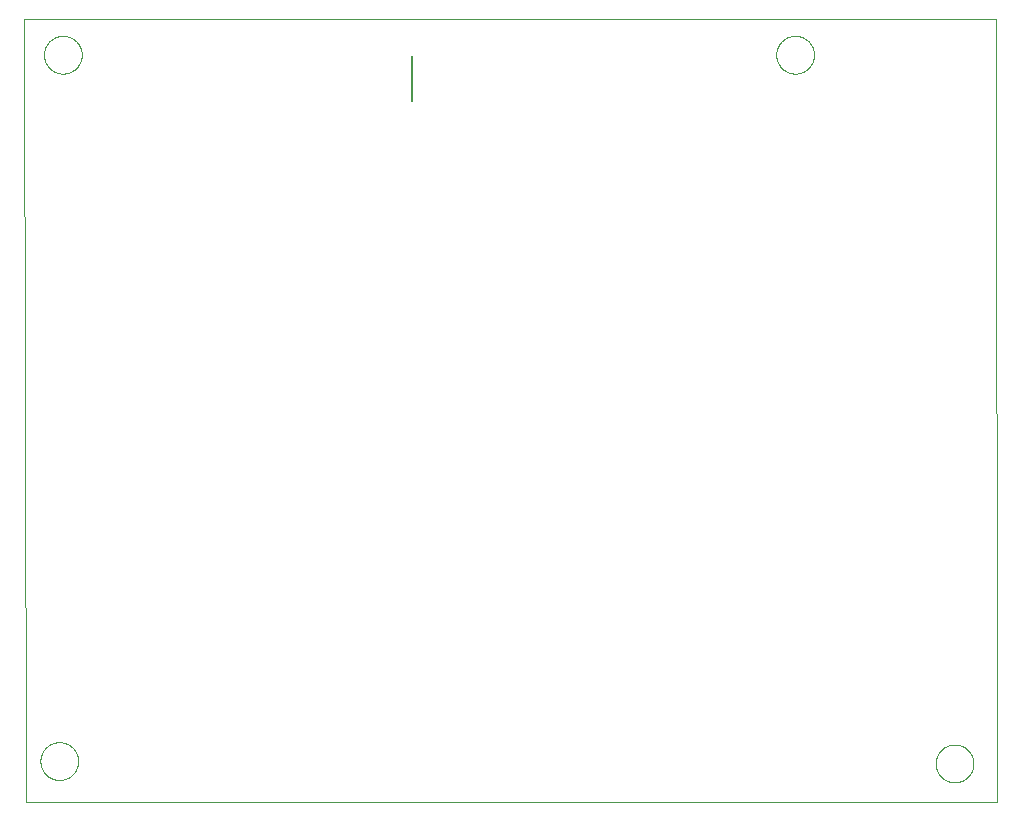
<source format=gbo>
G75*
%MOIN*%
%OFA0B0*%
%FSLAX25Y25*%
%IPPOS*%
%LPD*%
%AMOC8*
5,1,8,0,0,1.08239X$1,22.5*
%
%ADD10C,0.00000*%
%ADD11C,0.00800*%
D10*
X0001394Y0001000D02*
X0001000Y0262024D01*
X0324858Y0262024D01*
X0325252Y0001000D01*
X0001394Y0001000D01*
X0006355Y0014780D02*
X0006357Y0014938D01*
X0006363Y0015096D01*
X0006373Y0015254D01*
X0006387Y0015412D01*
X0006405Y0015569D01*
X0006426Y0015726D01*
X0006452Y0015882D01*
X0006482Y0016038D01*
X0006515Y0016193D01*
X0006553Y0016346D01*
X0006594Y0016499D01*
X0006639Y0016651D01*
X0006688Y0016802D01*
X0006741Y0016951D01*
X0006797Y0017099D01*
X0006857Y0017245D01*
X0006921Y0017390D01*
X0006989Y0017533D01*
X0007060Y0017675D01*
X0007134Y0017815D01*
X0007212Y0017952D01*
X0007294Y0018088D01*
X0007378Y0018222D01*
X0007467Y0018353D01*
X0007558Y0018482D01*
X0007653Y0018609D01*
X0007750Y0018734D01*
X0007851Y0018856D01*
X0007955Y0018975D01*
X0008062Y0019092D01*
X0008172Y0019206D01*
X0008285Y0019317D01*
X0008400Y0019426D01*
X0008518Y0019531D01*
X0008639Y0019633D01*
X0008762Y0019733D01*
X0008888Y0019829D01*
X0009016Y0019922D01*
X0009146Y0020012D01*
X0009279Y0020098D01*
X0009414Y0020182D01*
X0009550Y0020261D01*
X0009689Y0020338D01*
X0009830Y0020410D01*
X0009972Y0020480D01*
X0010116Y0020545D01*
X0010262Y0020607D01*
X0010409Y0020665D01*
X0010558Y0020720D01*
X0010708Y0020771D01*
X0010859Y0020818D01*
X0011011Y0020861D01*
X0011164Y0020900D01*
X0011319Y0020936D01*
X0011474Y0020967D01*
X0011630Y0020995D01*
X0011786Y0021019D01*
X0011943Y0021039D01*
X0012101Y0021055D01*
X0012258Y0021067D01*
X0012417Y0021075D01*
X0012575Y0021079D01*
X0012733Y0021079D01*
X0012891Y0021075D01*
X0013050Y0021067D01*
X0013207Y0021055D01*
X0013365Y0021039D01*
X0013522Y0021019D01*
X0013678Y0020995D01*
X0013834Y0020967D01*
X0013989Y0020936D01*
X0014144Y0020900D01*
X0014297Y0020861D01*
X0014449Y0020818D01*
X0014600Y0020771D01*
X0014750Y0020720D01*
X0014899Y0020665D01*
X0015046Y0020607D01*
X0015192Y0020545D01*
X0015336Y0020480D01*
X0015478Y0020410D01*
X0015619Y0020338D01*
X0015758Y0020261D01*
X0015894Y0020182D01*
X0016029Y0020098D01*
X0016162Y0020012D01*
X0016292Y0019922D01*
X0016420Y0019829D01*
X0016546Y0019733D01*
X0016669Y0019633D01*
X0016790Y0019531D01*
X0016908Y0019426D01*
X0017023Y0019317D01*
X0017136Y0019206D01*
X0017246Y0019092D01*
X0017353Y0018975D01*
X0017457Y0018856D01*
X0017558Y0018734D01*
X0017655Y0018609D01*
X0017750Y0018482D01*
X0017841Y0018353D01*
X0017930Y0018222D01*
X0018014Y0018088D01*
X0018096Y0017952D01*
X0018174Y0017815D01*
X0018248Y0017675D01*
X0018319Y0017533D01*
X0018387Y0017390D01*
X0018451Y0017245D01*
X0018511Y0017099D01*
X0018567Y0016951D01*
X0018620Y0016802D01*
X0018669Y0016651D01*
X0018714Y0016499D01*
X0018755Y0016346D01*
X0018793Y0016193D01*
X0018826Y0016038D01*
X0018856Y0015882D01*
X0018882Y0015726D01*
X0018903Y0015569D01*
X0018921Y0015412D01*
X0018935Y0015254D01*
X0018945Y0015096D01*
X0018951Y0014938D01*
X0018953Y0014780D01*
X0018951Y0014622D01*
X0018945Y0014464D01*
X0018935Y0014306D01*
X0018921Y0014148D01*
X0018903Y0013991D01*
X0018882Y0013834D01*
X0018856Y0013678D01*
X0018826Y0013522D01*
X0018793Y0013367D01*
X0018755Y0013214D01*
X0018714Y0013061D01*
X0018669Y0012909D01*
X0018620Y0012758D01*
X0018567Y0012609D01*
X0018511Y0012461D01*
X0018451Y0012315D01*
X0018387Y0012170D01*
X0018319Y0012027D01*
X0018248Y0011885D01*
X0018174Y0011745D01*
X0018096Y0011608D01*
X0018014Y0011472D01*
X0017930Y0011338D01*
X0017841Y0011207D01*
X0017750Y0011078D01*
X0017655Y0010951D01*
X0017558Y0010826D01*
X0017457Y0010704D01*
X0017353Y0010585D01*
X0017246Y0010468D01*
X0017136Y0010354D01*
X0017023Y0010243D01*
X0016908Y0010134D01*
X0016790Y0010029D01*
X0016669Y0009927D01*
X0016546Y0009827D01*
X0016420Y0009731D01*
X0016292Y0009638D01*
X0016162Y0009548D01*
X0016029Y0009462D01*
X0015894Y0009378D01*
X0015758Y0009299D01*
X0015619Y0009222D01*
X0015478Y0009150D01*
X0015336Y0009080D01*
X0015192Y0009015D01*
X0015046Y0008953D01*
X0014899Y0008895D01*
X0014750Y0008840D01*
X0014600Y0008789D01*
X0014449Y0008742D01*
X0014297Y0008699D01*
X0014144Y0008660D01*
X0013989Y0008624D01*
X0013834Y0008593D01*
X0013678Y0008565D01*
X0013522Y0008541D01*
X0013365Y0008521D01*
X0013207Y0008505D01*
X0013050Y0008493D01*
X0012891Y0008485D01*
X0012733Y0008481D01*
X0012575Y0008481D01*
X0012417Y0008485D01*
X0012258Y0008493D01*
X0012101Y0008505D01*
X0011943Y0008521D01*
X0011786Y0008541D01*
X0011630Y0008565D01*
X0011474Y0008593D01*
X0011319Y0008624D01*
X0011164Y0008660D01*
X0011011Y0008699D01*
X0010859Y0008742D01*
X0010708Y0008789D01*
X0010558Y0008840D01*
X0010409Y0008895D01*
X0010262Y0008953D01*
X0010116Y0009015D01*
X0009972Y0009080D01*
X0009830Y0009150D01*
X0009689Y0009222D01*
X0009550Y0009299D01*
X0009414Y0009378D01*
X0009279Y0009462D01*
X0009146Y0009548D01*
X0009016Y0009638D01*
X0008888Y0009731D01*
X0008762Y0009827D01*
X0008639Y0009927D01*
X0008518Y0010029D01*
X0008400Y0010134D01*
X0008285Y0010243D01*
X0008172Y0010354D01*
X0008062Y0010468D01*
X0007955Y0010585D01*
X0007851Y0010704D01*
X0007750Y0010826D01*
X0007653Y0010951D01*
X0007558Y0011078D01*
X0007467Y0011207D01*
X0007378Y0011338D01*
X0007294Y0011472D01*
X0007212Y0011608D01*
X0007134Y0011745D01*
X0007060Y0011885D01*
X0006989Y0012027D01*
X0006921Y0012170D01*
X0006857Y0012315D01*
X0006797Y0012461D01*
X0006741Y0012609D01*
X0006688Y0012758D01*
X0006639Y0012909D01*
X0006594Y0013061D01*
X0006553Y0013214D01*
X0006515Y0013367D01*
X0006482Y0013522D01*
X0006452Y0013678D01*
X0006426Y0013834D01*
X0006405Y0013991D01*
X0006387Y0014148D01*
X0006373Y0014306D01*
X0006363Y0014464D01*
X0006357Y0014622D01*
X0006355Y0014780D01*
X0007536Y0250213D02*
X0007538Y0250371D01*
X0007544Y0250529D01*
X0007554Y0250687D01*
X0007568Y0250845D01*
X0007586Y0251002D01*
X0007607Y0251159D01*
X0007633Y0251315D01*
X0007663Y0251471D01*
X0007696Y0251626D01*
X0007734Y0251779D01*
X0007775Y0251932D01*
X0007820Y0252084D01*
X0007869Y0252235D01*
X0007922Y0252384D01*
X0007978Y0252532D01*
X0008038Y0252678D01*
X0008102Y0252823D01*
X0008170Y0252966D01*
X0008241Y0253108D01*
X0008315Y0253248D01*
X0008393Y0253385D01*
X0008475Y0253521D01*
X0008559Y0253655D01*
X0008648Y0253786D01*
X0008739Y0253915D01*
X0008834Y0254042D01*
X0008931Y0254167D01*
X0009032Y0254289D01*
X0009136Y0254408D01*
X0009243Y0254525D01*
X0009353Y0254639D01*
X0009466Y0254750D01*
X0009581Y0254859D01*
X0009699Y0254964D01*
X0009820Y0255066D01*
X0009943Y0255166D01*
X0010069Y0255262D01*
X0010197Y0255355D01*
X0010327Y0255445D01*
X0010460Y0255531D01*
X0010595Y0255615D01*
X0010731Y0255694D01*
X0010870Y0255771D01*
X0011011Y0255843D01*
X0011153Y0255913D01*
X0011297Y0255978D01*
X0011443Y0256040D01*
X0011590Y0256098D01*
X0011739Y0256153D01*
X0011889Y0256204D01*
X0012040Y0256251D01*
X0012192Y0256294D01*
X0012345Y0256333D01*
X0012500Y0256369D01*
X0012655Y0256400D01*
X0012811Y0256428D01*
X0012967Y0256452D01*
X0013124Y0256472D01*
X0013282Y0256488D01*
X0013439Y0256500D01*
X0013598Y0256508D01*
X0013756Y0256512D01*
X0013914Y0256512D01*
X0014072Y0256508D01*
X0014231Y0256500D01*
X0014388Y0256488D01*
X0014546Y0256472D01*
X0014703Y0256452D01*
X0014859Y0256428D01*
X0015015Y0256400D01*
X0015170Y0256369D01*
X0015325Y0256333D01*
X0015478Y0256294D01*
X0015630Y0256251D01*
X0015781Y0256204D01*
X0015931Y0256153D01*
X0016080Y0256098D01*
X0016227Y0256040D01*
X0016373Y0255978D01*
X0016517Y0255913D01*
X0016659Y0255843D01*
X0016800Y0255771D01*
X0016939Y0255694D01*
X0017075Y0255615D01*
X0017210Y0255531D01*
X0017343Y0255445D01*
X0017473Y0255355D01*
X0017601Y0255262D01*
X0017727Y0255166D01*
X0017850Y0255066D01*
X0017971Y0254964D01*
X0018089Y0254859D01*
X0018204Y0254750D01*
X0018317Y0254639D01*
X0018427Y0254525D01*
X0018534Y0254408D01*
X0018638Y0254289D01*
X0018739Y0254167D01*
X0018836Y0254042D01*
X0018931Y0253915D01*
X0019022Y0253786D01*
X0019111Y0253655D01*
X0019195Y0253521D01*
X0019277Y0253385D01*
X0019355Y0253248D01*
X0019429Y0253108D01*
X0019500Y0252966D01*
X0019568Y0252823D01*
X0019632Y0252678D01*
X0019692Y0252532D01*
X0019748Y0252384D01*
X0019801Y0252235D01*
X0019850Y0252084D01*
X0019895Y0251932D01*
X0019936Y0251779D01*
X0019974Y0251626D01*
X0020007Y0251471D01*
X0020037Y0251315D01*
X0020063Y0251159D01*
X0020084Y0251002D01*
X0020102Y0250845D01*
X0020116Y0250687D01*
X0020126Y0250529D01*
X0020132Y0250371D01*
X0020134Y0250213D01*
X0020132Y0250055D01*
X0020126Y0249897D01*
X0020116Y0249739D01*
X0020102Y0249581D01*
X0020084Y0249424D01*
X0020063Y0249267D01*
X0020037Y0249111D01*
X0020007Y0248955D01*
X0019974Y0248800D01*
X0019936Y0248647D01*
X0019895Y0248494D01*
X0019850Y0248342D01*
X0019801Y0248191D01*
X0019748Y0248042D01*
X0019692Y0247894D01*
X0019632Y0247748D01*
X0019568Y0247603D01*
X0019500Y0247460D01*
X0019429Y0247318D01*
X0019355Y0247178D01*
X0019277Y0247041D01*
X0019195Y0246905D01*
X0019111Y0246771D01*
X0019022Y0246640D01*
X0018931Y0246511D01*
X0018836Y0246384D01*
X0018739Y0246259D01*
X0018638Y0246137D01*
X0018534Y0246018D01*
X0018427Y0245901D01*
X0018317Y0245787D01*
X0018204Y0245676D01*
X0018089Y0245567D01*
X0017971Y0245462D01*
X0017850Y0245360D01*
X0017727Y0245260D01*
X0017601Y0245164D01*
X0017473Y0245071D01*
X0017343Y0244981D01*
X0017210Y0244895D01*
X0017075Y0244811D01*
X0016939Y0244732D01*
X0016800Y0244655D01*
X0016659Y0244583D01*
X0016517Y0244513D01*
X0016373Y0244448D01*
X0016227Y0244386D01*
X0016080Y0244328D01*
X0015931Y0244273D01*
X0015781Y0244222D01*
X0015630Y0244175D01*
X0015478Y0244132D01*
X0015325Y0244093D01*
X0015170Y0244057D01*
X0015015Y0244026D01*
X0014859Y0243998D01*
X0014703Y0243974D01*
X0014546Y0243954D01*
X0014388Y0243938D01*
X0014231Y0243926D01*
X0014072Y0243918D01*
X0013914Y0243914D01*
X0013756Y0243914D01*
X0013598Y0243918D01*
X0013439Y0243926D01*
X0013282Y0243938D01*
X0013124Y0243954D01*
X0012967Y0243974D01*
X0012811Y0243998D01*
X0012655Y0244026D01*
X0012500Y0244057D01*
X0012345Y0244093D01*
X0012192Y0244132D01*
X0012040Y0244175D01*
X0011889Y0244222D01*
X0011739Y0244273D01*
X0011590Y0244328D01*
X0011443Y0244386D01*
X0011297Y0244448D01*
X0011153Y0244513D01*
X0011011Y0244583D01*
X0010870Y0244655D01*
X0010731Y0244732D01*
X0010595Y0244811D01*
X0010460Y0244895D01*
X0010327Y0244981D01*
X0010197Y0245071D01*
X0010069Y0245164D01*
X0009943Y0245260D01*
X0009820Y0245360D01*
X0009699Y0245462D01*
X0009581Y0245567D01*
X0009466Y0245676D01*
X0009353Y0245787D01*
X0009243Y0245901D01*
X0009136Y0246018D01*
X0009032Y0246137D01*
X0008931Y0246259D01*
X0008834Y0246384D01*
X0008739Y0246511D01*
X0008648Y0246640D01*
X0008559Y0246771D01*
X0008475Y0246905D01*
X0008393Y0247041D01*
X0008315Y0247178D01*
X0008241Y0247318D01*
X0008170Y0247460D01*
X0008102Y0247603D01*
X0008038Y0247748D01*
X0007978Y0247894D01*
X0007922Y0248042D01*
X0007869Y0248191D01*
X0007820Y0248342D01*
X0007775Y0248494D01*
X0007734Y0248647D01*
X0007696Y0248800D01*
X0007663Y0248955D01*
X0007633Y0249111D01*
X0007607Y0249267D01*
X0007586Y0249424D01*
X0007568Y0249581D01*
X0007554Y0249739D01*
X0007544Y0249897D01*
X0007538Y0250055D01*
X0007536Y0250213D01*
X0251630Y0250213D02*
X0251632Y0250371D01*
X0251638Y0250529D01*
X0251648Y0250687D01*
X0251662Y0250845D01*
X0251680Y0251002D01*
X0251701Y0251159D01*
X0251727Y0251315D01*
X0251757Y0251471D01*
X0251790Y0251626D01*
X0251828Y0251779D01*
X0251869Y0251932D01*
X0251914Y0252084D01*
X0251963Y0252235D01*
X0252016Y0252384D01*
X0252072Y0252532D01*
X0252132Y0252678D01*
X0252196Y0252823D01*
X0252264Y0252966D01*
X0252335Y0253108D01*
X0252409Y0253248D01*
X0252487Y0253385D01*
X0252569Y0253521D01*
X0252653Y0253655D01*
X0252742Y0253786D01*
X0252833Y0253915D01*
X0252928Y0254042D01*
X0253025Y0254167D01*
X0253126Y0254289D01*
X0253230Y0254408D01*
X0253337Y0254525D01*
X0253447Y0254639D01*
X0253560Y0254750D01*
X0253675Y0254859D01*
X0253793Y0254964D01*
X0253914Y0255066D01*
X0254037Y0255166D01*
X0254163Y0255262D01*
X0254291Y0255355D01*
X0254421Y0255445D01*
X0254554Y0255531D01*
X0254689Y0255615D01*
X0254825Y0255694D01*
X0254964Y0255771D01*
X0255105Y0255843D01*
X0255247Y0255913D01*
X0255391Y0255978D01*
X0255537Y0256040D01*
X0255684Y0256098D01*
X0255833Y0256153D01*
X0255983Y0256204D01*
X0256134Y0256251D01*
X0256286Y0256294D01*
X0256439Y0256333D01*
X0256594Y0256369D01*
X0256749Y0256400D01*
X0256905Y0256428D01*
X0257061Y0256452D01*
X0257218Y0256472D01*
X0257376Y0256488D01*
X0257533Y0256500D01*
X0257692Y0256508D01*
X0257850Y0256512D01*
X0258008Y0256512D01*
X0258166Y0256508D01*
X0258325Y0256500D01*
X0258482Y0256488D01*
X0258640Y0256472D01*
X0258797Y0256452D01*
X0258953Y0256428D01*
X0259109Y0256400D01*
X0259264Y0256369D01*
X0259419Y0256333D01*
X0259572Y0256294D01*
X0259724Y0256251D01*
X0259875Y0256204D01*
X0260025Y0256153D01*
X0260174Y0256098D01*
X0260321Y0256040D01*
X0260467Y0255978D01*
X0260611Y0255913D01*
X0260753Y0255843D01*
X0260894Y0255771D01*
X0261033Y0255694D01*
X0261169Y0255615D01*
X0261304Y0255531D01*
X0261437Y0255445D01*
X0261567Y0255355D01*
X0261695Y0255262D01*
X0261821Y0255166D01*
X0261944Y0255066D01*
X0262065Y0254964D01*
X0262183Y0254859D01*
X0262298Y0254750D01*
X0262411Y0254639D01*
X0262521Y0254525D01*
X0262628Y0254408D01*
X0262732Y0254289D01*
X0262833Y0254167D01*
X0262930Y0254042D01*
X0263025Y0253915D01*
X0263116Y0253786D01*
X0263205Y0253655D01*
X0263289Y0253521D01*
X0263371Y0253385D01*
X0263449Y0253248D01*
X0263523Y0253108D01*
X0263594Y0252966D01*
X0263662Y0252823D01*
X0263726Y0252678D01*
X0263786Y0252532D01*
X0263842Y0252384D01*
X0263895Y0252235D01*
X0263944Y0252084D01*
X0263989Y0251932D01*
X0264030Y0251779D01*
X0264068Y0251626D01*
X0264101Y0251471D01*
X0264131Y0251315D01*
X0264157Y0251159D01*
X0264178Y0251002D01*
X0264196Y0250845D01*
X0264210Y0250687D01*
X0264220Y0250529D01*
X0264226Y0250371D01*
X0264228Y0250213D01*
X0264226Y0250055D01*
X0264220Y0249897D01*
X0264210Y0249739D01*
X0264196Y0249581D01*
X0264178Y0249424D01*
X0264157Y0249267D01*
X0264131Y0249111D01*
X0264101Y0248955D01*
X0264068Y0248800D01*
X0264030Y0248647D01*
X0263989Y0248494D01*
X0263944Y0248342D01*
X0263895Y0248191D01*
X0263842Y0248042D01*
X0263786Y0247894D01*
X0263726Y0247748D01*
X0263662Y0247603D01*
X0263594Y0247460D01*
X0263523Y0247318D01*
X0263449Y0247178D01*
X0263371Y0247041D01*
X0263289Y0246905D01*
X0263205Y0246771D01*
X0263116Y0246640D01*
X0263025Y0246511D01*
X0262930Y0246384D01*
X0262833Y0246259D01*
X0262732Y0246137D01*
X0262628Y0246018D01*
X0262521Y0245901D01*
X0262411Y0245787D01*
X0262298Y0245676D01*
X0262183Y0245567D01*
X0262065Y0245462D01*
X0261944Y0245360D01*
X0261821Y0245260D01*
X0261695Y0245164D01*
X0261567Y0245071D01*
X0261437Y0244981D01*
X0261304Y0244895D01*
X0261169Y0244811D01*
X0261033Y0244732D01*
X0260894Y0244655D01*
X0260753Y0244583D01*
X0260611Y0244513D01*
X0260467Y0244448D01*
X0260321Y0244386D01*
X0260174Y0244328D01*
X0260025Y0244273D01*
X0259875Y0244222D01*
X0259724Y0244175D01*
X0259572Y0244132D01*
X0259419Y0244093D01*
X0259264Y0244057D01*
X0259109Y0244026D01*
X0258953Y0243998D01*
X0258797Y0243974D01*
X0258640Y0243954D01*
X0258482Y0243938D01*
X0258325Y0243926D01*
X0258166Y0243918D01*
X0258008Y0243914D01*
X0257850Y0243914D01*
X0257692Y0243918D01*
X0257533Y0243926D01*
X0257376Y0243938D01*
X0257218Y0243954D01*
X0257061Y0243974D01*
X0256905Y0243998D01*
X0256749Y0244026D01*
X0256594Y0244057D01*
X0256439Y0244093D01*
X0256286Y0244132D01*
X0256134Y0244175D01*
X0255983Y0244222D01*
X0255833Y0244273D01*
X0255684Y0244328D01*
X0255537Y0244386D01*
X0255391Y0244448D01*
X0255247Y0244513D01*
X0255105Y0244583D01*
X0254964Y0244655D01*
X0254825Y0244732D01*
X0254689Y0244811D01*
X0254554Y0244895D01*
X0254421Y0244981D01*
X0254291Y0245071D01*
X0254163Y0245164D01*
X0254037Y0245260D01*
X0253914Y0245360D01*
X0253793Y0245462D01*
X0253675Y0245567D01*
X0253560Y0245676D01*
X0253447Y0245787D01*
X0253337Y0245901D01*
X0253230Y0246018D01*
X0253126Y0246137D01*
X0253025Y0246259D01*
X0252928Y0246384D01*
X0252833Y0246511D01*
X0252742Y0246640D01*
X0252653Y0246771D01*
X0252569Y0246905D01*
X0252487Y0247041D01*
X0252409Y0247178D01*
X0252335Y0247318D01*
X0252264Y0247460D01*
X0252196Y0247603D01*
X0252132Y0247748D01*
X0252072Y0247894D01*
X0252016Y0248042D01*
X0251963Y0248191D01*
X0251914Y0248342D01*
X0251869Y0248494D01*
X0251828Y0248647D01*
X0251790Y0248800D01*
X0251757Y0248955D01*
X0251727Y0249111D01*
X0251701Y0249267D01*
X0251680Y0249424D01*
X0251662Y0249581D01*
X0251648Y0249739D01*
X0251638Y0249897D01*
X0251632Y0250055D01*
X0251630Y0250213D01*
X0304780Y0013992D02*
X0304782Y0014150D01*
X0304788Y0014308D01*
X0304798Y0014466D01*
X0304812Y0014624D01*
X0304830Y0014781D01*
X0304851Y0014938D01*
X0304877Y0015094D01*
X0304907Y0015250D01*
X0304940Y0015405D01*
X0304978Y0015558D01*
X0305019Y0015711D01*
X0305064Y0015863D01*
X0305113Y0016014D01*
X0305166Y0016163D01*
X0305222Y0016311D01*
X0305282Y0016457D01*
X0305346Y0016602D01*
X0305414Y0016745D01*
X0305485Y0016887D01*
X0305559Y0017027D01*
X0305637Y0017164D01*
X0305719Y0017300D01*
X0305803Y0017434D01*
X0305892Y0017565D01*
X0305983Y0017694D01*
X0306078Y0017821D01*
X0306175Y0017946D01*
X0306276Y0018068D01*
X0306380Y0018187D01*
X0306487Y0018304D01*
X0306597Y0018418D01*
X0306710Y0018529D01*
X0306825Y0018638D01*
X0306943Y0018743D01*
X0307064Y0018845D01*
X0307187Y0018945D01*
X0307313Y0019041D01*
X0307441Y0019134D01*
X0307571Y0019224D01*
X0307704Y0019310D01*
X0307839Y0019394D01*
X0307975Y0019473D01*
X0308114Y0019550D01*
X0308255Y0019622D01*
X0308397Y0019692D01*
X0308541Y0019757D01*
X0308687Y0019819D01*
X0308834Y0019877D01*
X0308983Y0019932D01*
X0309133Y0019983D01*
X0309284Y0020030D01*
X0309436Y0020073D01*
X0309589Y0020112D01*
X0309744Y0020148D01*
X0309899Y0020179D01*
X0310055Y0020207D01*
X0310211Y0020231D01*
X0310368Y0020251D01*
X0310526Y0020267D01*
X0310683Y0020279D01*
X0310842Y0020287D01*
X0311000Y0020291D01*
X0311158Y0020291D01*
X0311316Y0020287D01*
X0311475Y0020279D01*
X0311632Y0020267D01*
X0311790Y0020251D01*
X0311947Y0020231D01*
X0312103Y0020207D01*
X0312259Y0020179D01*
X0312414Y0020148D01*
X0312569Y0020112D01*
X0312722Y0020073D01*
X0312874Y0020030D01*
X0313025Y0019983D01*
X0313175Y0019932D01*
X0313324Y0019877D01*
X0313471Y0019819D01*
X0313617Y0019757D01*
X0313761Y0019692D01*
X0313903Y0019622D01*
X0314044Y0019550D01*
X0314183Y0019473D01*
X0314319Y0019394D01*
X0314454Y0019310D01*
X0314587Y0019224D01*
X0314717Y0019134D01*
X0314845Y0019041D01*
X0314971Y0018945D01*
X0315094Y0018845D01*
X0315215Y0018743D01*
X0315333Y0018638D01*
X0315448Y0018529D01*
X0315561Y0018418D01*
X0315671Y0018304D01*
X0315778Y0018187D01*
X0315882Y0018068D01*
X0315983Y0017946D01*
X0316080Y0017821D01*
X0316175Y0017694D01*
X0316266Y0017565D01*
X0316355Y0017434D01*
X0316439Y0017300D01*
X0316521Y0017164D01*
X0316599Y0017027D01*
X0316673Y0016887D01*
X0316744Y0016745D01*
X0316812Y0016602D01*
X0316876Y0016457D01*
X0316936Y0016311D01*
X0316992Y0016163D01*
X0317045Y0016014D01*
X0317094Y0015863D01*
X0317139Y0015711D01*
X0317180Y0015558D01*
X0317218Y0015405D01*
X0317251Y0015250D01*
X0317281Y0015094D01*
X0317307Y0014938D01*
X0317328Y0014781D01*
X0317346Y0014624D01*
X0317360Y0014466D01*
X0317370Y0014308D01*
X0317376Y0014150D01*
X0317378Y0013992D01*
X0317376Y0013834D01*
X0317370Y0013676D01*
X0317360Y0013518D01*
X0317346Y0013360D01*
X0317328Y0013203D01*
X0317307Y0013046D01*
X0317281Y0012890D01*
X0317251Y0012734D01*
X0317218Y0012579D01*
X0317180Y0012426D01*
X0317139Y0012273D01*
X0317094Y0012121D01*
X0317045Y0011970D01*
X0316992Y0011821D01*
X0316936Y0011673D01*
X0316876Y0011527D01*
X0316812Y0011382D01*
X0316744Y0011239D01*
X0316673Y0011097D01*
X0316599Y0010957D01*
X0316521Y0010820D01*
X0316439Y0010684D01*
X0316355Y0010550D01*
X0316266Y0010419D01*
X0316175Y0010290D01*
X0316080Y0010163D01*
X0315983Y0010038D01*
X0315882Y0009916D01*
X0315778Y0009797D01*
X0315671Y0009680D01*
X0315561Y0009566D01*
X0315448Y0009455D01*
X0315333Y0009346D01*
X0315215Y0009241D01*
X0315094Y0009139D01*
X0314971Y0009039D01*
X0314845Y0008943D01*
X0314717Y0008850D01*
X0314587Y0008760D01*
X0314454Y0008674D01*
X0314319Y0008590D01*
X0314183Y0008511D01*
X0314044Y0008434D01*
X0313903Y0008362D01*
X0313761Y0008292D01*
X0313617Y0008227D01*
X0313471Y0008165D01*
X0313324Y0008107D01*
X0313175Y0008052D01*
X0313025Y0008001D01*
X0312874Y0007954D01*
X0312722Y0007911D01*
X0312569Y0007872D01*
X0312414Y0007836D01*
X0312259Y0007805D01*
X0312103Y0007777D01*
X0311947Y0007753D01*
X0311790Y0007733D01*
X0311632Y0007717D01*
X0311475Y0007705D01*
X0311316Y0007697D01*
X0311158Y0007693D01*
X0311000Y0007693D01*
X0310842Y0007697D01*
X0310683Y0007705D01*
X0310526Y0007717D01*
X0310368Y0007733D01*
X0310211Y0007753D01*
X0310055Y0007777D01*
X0309899Y0007805D01*
X0309744Y0007836D01*
X0309589Y0007872D01*
X0309436Y0007911D01*
X0309284Y0007954D01*
X0309133Y0008001D01*
X0308983Y0008052D01*
X0308834Y0008107D01*
X0308687Y0008165D01*
X0308541Y0008227D01*
X0308397Y0008292D01*
X0308255Y0008362D01*
X0308114Y0008434D01*
X0307975Y0008511D01*
X0307839Y0008590D01*
X0307704Y0008674D01*
X0307571Y0008760D01*
X0307441Y0008850D01*
X0307313Y0008943D01*
X0307187Y0009039D01*
X0307064Y0009139D01*
X0306943Y0009241D01*
X0306825Y0009346D01*
X0306710Y0009455D01*
X0306597Y0009566D01*
X0306487Y0009680D01*
X0306380Y0009797D01*
X0306276Y0009916D01*
X0306175Y0010038D01*
X0306078Y0010163D01*
X0305983Y0010290D01*
X0305892Y0010419D01*
X0305803Y0010550D01*
X0305719Y0010684D01*
X0305637Y0010820D01*
X0305559Y0010957D01*
X0305485Y0011097D01*
X0305414Y0011239D01*
X0305346Y0011382D01*
X0305282Y0011527D01*
X0305222Y0011673D01*
X0305166Y0011821D01*
X0305113Y0011970D01*
X0305064Y0012121D01*
X0305019Y0012273D01*
X0304978Y0012426D01*
X0304940Y0012579D01*
X0304907Y0012734D01*
X0304877Y0012890D01*
X0304851Y0013046D01*
X0304830Y0013203D01*
X0304812Y0013360D01*
X0304798Y0013518D01*
X0304788Y0013676D01*
X0304782Y0013834D01*
X0304780Y0013992D01*
D11*
X0130134Y0234839D02*
X0130134Y0249839D01*
M02*

</source>
